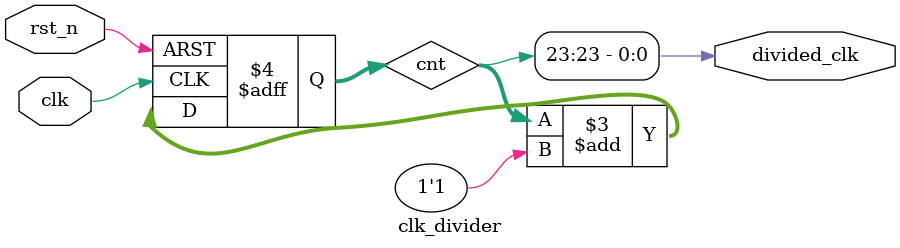
<source format=v>
module clk_divider
# (
    parameter w = 24
)
(
    input  clk,
    input  rst_n,
    output divided_clk
);

    reg [w - 1:0] cnt;

    always @ (posedge clk or negedge rst_n)
        if (! rst_n)
            cnt <= { w { 1'b0 } };
        else
            cnt <= cnt + 1'b1;

    assign divided_clk = cnt [w - 1];

endmodule
 
</source>
